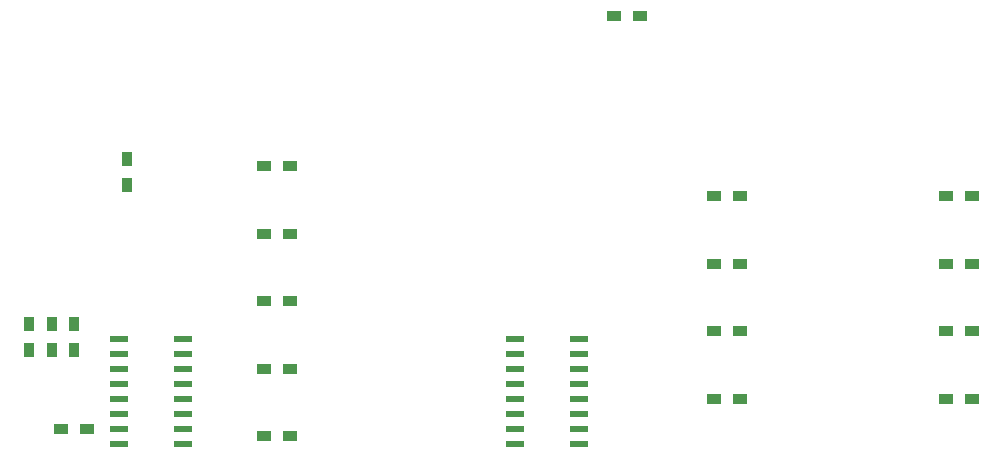
<source format=gbr>
G04 #@! TF.GenerationSoftware,KiCad,Pcbnew,(5.1.4)-1*
G04 #@! TF.CreationDate,2020-07-08T19:37:27+02:00*
G04 #@! TF.ProjectId,SBIO3,5342494f-332e-46b6-9963-61645f706362,rev?*
G04 #@! TF.SameCoordinates,Original*
G04 #@! TF.FileFunction,Paste,Top*
G04 #@! TF.FilePolarity,Positive*
%FSLAX46Y46*%
G04 Gerber Fmt 4.6, Leading zero omitted, Abs format (unit mm)*
G04 Created by KiCad (PCBNEW (5.1.4)-1) date 2020-07-08 19:37:27*
%MOMM*%
%LPD*%
G04 APERTURE LIST*
%ADD10R,1.500000X0.600000*%
%ADD11R,0.900000X1.200000*%
%ADD12R,1.200000X0.900000*%
G04 APERTURE END LIST*
D10*
X117950000Y-170180000D03*
X117950000Y-168910000D03*
X117950000Y-167640000D03*
X117950000Y-166370000D03*
X117950000Y-165100000D03*
X117950000Y-163830000D03*
X117950000Y-162560000D03*
X117950000Y-161290000D03*
X123350000Y-161290000D03*
X123350000Y-162560000D03*
X123350000Y-163830000D03*
X123350000Y-165100000D03*
X123350000Y-166370000D03*
X123350000Y-167640000D03*
X123350000Y-168910000D03*
X123350000Y-170180000D03*
X89855000Y-170180000D03*
X89855000Y-168910000D03*
X89855000Y-167640000D03*
X89855000Y-166370000D03*
X89855000Y-165100000D03*
X89855000Y-163830000D03*
X89855000Y-162560000D03*
X89855000Y-161290000D03*
X84455000Y-161290000D03*
X84455000Y-162560000D03*
X84455000Y-163830000D03*
X84455000Y-165100000D03*
X84455000Y-166370000D03*
X84455000Y-167640000D03*
X84455000Y-168910000D03*
X84455000Y-170180000D03*
D11*
X78740000Y-162220000D03*
X78740000Y-160020000D03*
D12*
X136990000Y-154940000D03*
X134790000Y-154940000D03*
X81745000Y-168910000D03*
X79545000Y-168910000D03*
X98890000Y-158115000D03*
X96690000Y-158115000D03*
D11*
X76835000Y-160020000D03*
X76835000Y-162220000D03*
X80645000Y-162220000D03*
X80645000Y-160020000D03*
D12*
X96690000Y-169545000D03*
X98890000Y-169545000D03*
X154475000Y-154940000D03*
X156675000Y-154940000D03*
X156675000Y-166370000D03*
X154475000Y-166370000D03*
X156675000Y-149225000D03*
X154475000Y-149225000D03*
D11*
X85090000Y-146050000D03*
X85090000Y-148250000D03*
D12*
X98890000Y-146685000D03*
X96690000Y-146685000D03*
X136990000Y-149225000D03*
X134790000Y-149225000D03*
X96690000Y-163830000D03*
X98890000Y-163830000D03*
X128565000Y-133985000D03*
X126365000Y-133985000D03*
X156675000Y-160655000D03*
X154475000Y-160655000D03*
X134790000Y-160655000D03*
X136990000Y-160655000D03*
X136990000Y-166370000D03*
X134790000Y-166370000D03*
X96690000Y-152400000D03*
X98890000Y-152400000D03*
M02*

</source>
